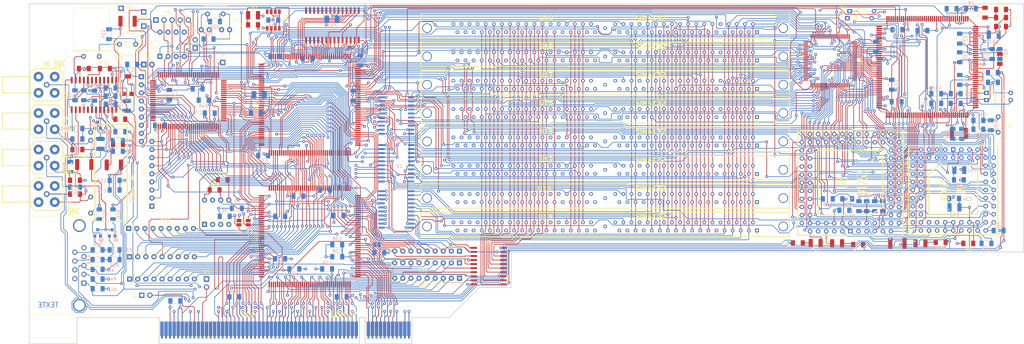
<source format=kicad_pcb>
(kicad_pcb (version 20220818) (generator pcbnew)

  (general
    (thickness 1.600198)
  )

  (paper "A3")
  (title_block
    (title "KiCad demo")
    (date "2015-10-14")
    (rev "1.A")
  )

  (layers
    (0 "F.Cu" signal "top_copper")
    (1 "In1.Cu" signal "GND_layer")
    (2 "In2.Cu" signal "VCC_layer")
    (31 "B.Cu" signal "bottom_copper")
    (32 "B.Adhes" user "B.Adhesive")
    (33 "F.Adhes" user "F.Adhesive")
    (34 "B.Paste" user)
    (35 "F.Paste" user)
    (36 "B.SilkS" user "B.Silkscreen")
    (37 "F.SilkS" user "F.Silkscreen")
    (38 "B.Mask" user)
    (39 "F.Mask" user)
    (40 "Dwgs.User" user "User.Drawings")
    (41 "Cmts.User" user "User.Comments")
    (42 "Eco1.User" user "User.Eco1")
    (43 "Eco2.User" user "User.Eco2")
    (44 "Edge.Cuts" user)
    (45 "Margin" user)
    (46 "B.CrtYd" user "B.Courtyard")
    (47 "F.CrtYd" user "F.Courtyard")
    (48 "B.Fab" user)
    (49 "F.Fab" user)
  )

  (setup
    (stackup
      (layer "F.SilkS" (type "Top Silk Screen") (color "White"))
      (layer "F.Paste" (type "Top Solder Paste"))
      (layer "F.Mask" (type "Top Solder Mask") (color "Green") (thickness 0.01))
      (layer "F.Cu" (type "copper") (thickness 0.035))
      (layer "dielectric 1" (type "core") (thickness 0.480066) (material "FR4") (epsilon_r 4.5) (loss_tangent 0.02))
      (layer "In1.Cu" (type "copper") (thickness 0.035))
      (layer "dielectric 2" (type "prepreg") (thickness 0.480066) (material "FR4") (epsilon_r 4.5) (loss_tangent 0.02))
      (layer "In2.Cu" (type "copper") (thickness 0.035))
      (layer "dielectric 3" (type "core") (thickness 0.480066) (material "FR4") (epsilon_r 4.5) (loss_tangent 0.02))
      (layer "B.Cu" (type "copper") (thickness 0.035))
      (layer "B.Mask" (type "Bottom Solder Mask") (color "Green") (thickness 0.01))
      (layer "B.Paste" (type "Bottom Solder Paste"))
      (layer "B.SilkS" (type "Bottom Silk Screen") (color "White"))
      (copper_finish "HAL lead-free")
      (dielectric_constraints no)
    )
    (pad_to_mask_clearance 0)
    (aux_axis_origin 40.9 173.1)
    (pcbplotparams
      (layerselection 0x00010fc_ffffffff)
      (plot_on_all_layers_selection 0x0001000_00000000)
      (disableapertmacros false)
      (usegerberextensions false)
      (usegerberattributes true)
      (usegerberadvancedattributes true)
      (creategerberjobfile true)
      (dashed_line_dash_ratio 12.000000)
      (dashed_line_gap_ratio 3.000000)
      (svgprecision 6)
      (plotframeref false)
      (viasonmask false)
      (mode 1)
      (useauxorigin false)
      (hpglpennumber 1)
      (hpglpenspeed 20)
      (hpglpendiameter 15.000000)
      (dxfpolygonmode true)
      (dxfimperialunits true)
      (dxfusepcbnewfont true)
      (psnegative false)
      (psa4output false)
      (plotreference true)
      (plotvalue true)
      (plotinvisibletext false)
      (sketchpadsonfab false)
      (subtractmaskfromsilk false)
      (outputformat 1)
      (mirror false)
      (drillshape 0)
      (scaleselection 1)
      (outputdirectory "plots")
    )
  )

  (net 0 "")
  (net 1 "+12V")
  (net 2 "+3.3V")
  (net 3 "+5F")
  (net 4 "/ESVIDEO-RVB/OE_RVB-")
  (net 5 "/ESVIDEO-RVB/REF+")
  (net 6 "/ESVIDEO-RVB/VAA")
  (net 7 "/buspci.sch/EA1")
  (net 8 "/buspci.sch/EA10")
  (net 9 "/buspci.sch/EA11")
  (net 10 "/buspci.sch/EA12")
  (net 11 "/buspci.sch/EA13")
  (net 12 "/buspci.sch/EA14")
  (net 13 "/buspci.sch/EA15")
  (net 14 "/buspci.sch/EA2")
  (net 15 "/buspci.sch/EA3")
  (net 16 "/buspci.sch/EA4")
  (net 17 "/buspci.sch/EA5")
  (net 18 "/buspci.sch/EA6")
  (net 19 "/buspci.sch/EA7")
  (net 20 "/buspci.sch/EA9")
  (net 21 "/buspci.sch/EQ0")
  (net 22 "/buspci.sch/EQ1")
  (net 23 "/buspci.sch/EQ2")
  (net 24 "/buspci.sch/EQ3")
  (net 25 "/buspci.sch/EQ4")
  (net 26 "/buspci.sch/EQ5")
  (net 27 "/buspci.sch/EQ6")
  (net 28 "/buspci.sch/EQ7")
  (net 29 "/buspci.sch/P_AD0")
  (net 30 "/buspci.sch/P_AD1")
  (net 31 "/buspci.sch/P_AD10")
  (net 32 "/buspci.sch/P_AD11")
  (net 33 "/buspci.sch/P_AD12")
  (net 34 "/buspci.sch/P_AD13")
  (net 35 "/buspci.sch/P_AD14")
  (net 36 "/buspci.sch/P_AD15")
  (net 37 "/buspci.sch/P_AD16")
  (net 38 "/buspci.sch/P_AD17")
  (net 39 "/buspci.sch/P_AD18")
  (net 40 "/buspci.sch/P_AD19")
  (net 41 "/buspci.sch/P_AD2")
  (net 42 "/buspci.sch/P_AD20")
  (net 43 "/buspci.sch/P_AD21")
  (net 44 "/buspci.sch/P_AD22")
  (net 45 "/buspci.sch/P_AD23")
  (net 46 "/buspci.sch/P_AD24")
  (net 47 "/buspci.sch/P_AD25")
  (net 48 "/buspci.sch/P_AD26")
  (net 49 "/buspci.sch/P_AD27")
  (net 50 "/buspci.sch/P_AD28")
  (net 51 "/buspci.sch/P_AD29")
  (net 52 "/buspci.sch/P_AD3")
  (net 53 "/buspci.sch/P_AD30")
  (net 54 "/buspci.sch/P_AD31")
  (net 55 "/buspci.sch/P_AD4")
  (net 56 "/buspci.sch/P_AD5")
  (net 57 "/buspci.sch/P_AD6")
  (net 58 "/buspci.sch/P_AD7")
  (net 59 "/buspci.sch/P_AD8")
  (net 60 "/buspci.sch/P_AD9")
  (net 61 "unconnected-(BUS1-TRST#)")
  (net 62 "unconnected-(BUS1-TMS)")
  (net 63 "Net-(BUS1-TDI)")
  (net 64 "unconnected-(BUS1-INTC#)")
  (net 65 "/buspci.sch/P_CLK")
  (net 66 "/buspci.sch/P_DEVSEL#")
  (net 67 "/buspci.sch/P_FRAME#")
  (net 68 "/buspci.sch/P_GNT#")
  (net 69 "/buspci.sch/P_IDSEL")
  (net 70 "/buspci.sch/P_INTA#")
  (net 71 "/buspci.sch/P_IRDY#")
  (net 72 "/buspci.sch/P_LOCK#")
  (net 73 "/buspci.sch/P_PAR")
  (net 74 "/buspci.sch/P_PERR#")
  (net 75 "/buspci.sch/P_REQ#")
  (net 76 "/buspci.sch/P_RST#")
  (net 77 "/buspci.sch/P_SERR#")
  (net 78 "/buspci.sch/P_STOP#")
  (net 79 "/buspci.sch/P_TRDY#")
  (net 80 "/graphic/14MHZOUT")
  (net 81 "/graphic/CCLK")
  (net 82 "/graphic/CLK10MHz")
  (net 83 "/graphic/CSIO-")
  (net 84 "/graphic/DIN")
  (net 85 "/graphic/DONE")
  (net 86 "/graphic/HDOUT")
  (net 87 "/graphic/HDREFOUT")
  (net 88 "/graphic/IA0")
  (net 89 "/graphic/IA1")
  (net 90 "/graphic/IA2")
  (net 91 "/graphic/IA3")
  (net 92 "/graphic/IA4")
  (net 93 "/graphic/IA5")
  (net 94 "/graphic/IA6")
  (net 95 "/graphic/IA7")
  (net 96 "/graphic/IA8")
  (net 97 "/graphic/IA9")
  (net 98 "/graphic/ICAS-")
  (net 99 "/graphic/ID0")
  (net 100 "/graphic/ID1")
  (net 101 "/graphic/ID2")
  (net 102 "/graphic/ID3")
  (net 103 "/graphic/IOE-")
  (net 104 "/graphic/IRAS-")
  (net 105 "/graphic/IWR-")
  (net 106 "/graphic/LED")
  (net 107 "/graphic/PROG*")
  (net 108 "/graphic/RESERV1")
  (net 109 "/graphic/VOSC")
  (net 110 "/graphic/XTAL_I")
  (net 111 "/graphic/X_DIN")
  (net 112 "/modul/CHROM")
  (net 113 "/modul/CVBS")
  (net 114 "/modul/LUM")
  (net 115 "/pal-ntsc.sch/C-VIDEO")
  (net 116 "/pal-ntsc.sch/VAF")
  (net 117 "/pal-ntsc.sch/Y-VIDEO")
  (net 118 "/pal-ntsc.sch/Y_SYNC")
  (net 119 "GND")
  (net 120 "unconnected-(BUS1-RESERVED)_1")
  (net 121 "unconnected-(BUS1-RESERVED)_2")
  (net 122 "unconnected-(BUS1-3.3VAUX)")
  (net 123 "unconnected-(BUS1-PME#)")
  (net 124 "unconnected-(BUS1-RESERVED)_3")
  (net 125 "unconnected-(BUS1-RESERVED)_4")
  (net 126 "unconnected-(BUS1-REQ64#)")
  (net 127 "unconnected-(BUS1--12V)")
  (net 128 "/buspci.sch/P_C{slash}BE0#")
  (net 129 "unconnected-(BUS1-TCK)")
  (net 130 "unconnected-(BUS1-INTB#)")
  (net 131 "unconnected-(BUS1-INTD#)")
  (net 132 "Net-(BUS1-PRSNT1#)")
  (net 133 "unconnected-(BUS1-RESERVED)_5")
  (net 134 "Net-(BUS1-PRSNT2#)")
  (net 135 "unconnected-(BUS1-RESERVED)")
  (net 136 "/buspci.sch/P_C{slash}BE3#")
  (net 137 "/buspci.sch/P_C{slash}BE2#")
  (net 138 "/buspci.sch/P_C{slash}BE1#")
  (net 139 "unconnected-(BUS1-ACK64#)")
  (net 140 "Net-(C1-Pad1)")
  (net 141 "Net-(U10-SYNC_DET)")
  (net 142 "Net-(C3-Pad1)")
  (net 143 "Net-(C4-Pad1)")
  (net 144 "Net-(U10-VIN_C)")
  (net 145 "Net-(C5-Pad2)")
  (net 146 "Net-(U10-CREF+)")
  (net 147 "Net-(U10-CLEVEL)")
  (net 148 "Net-(U10-VIN_Y{slash}COMP.)")
  (net 149 "Net-(C8-Pad2)")
  (net 150 "Net-(U10-N{slash}C)")
  (net 151 "Net-(U9-VREF)")
  (net 152 "Net-(U9-IREF)")
  (net 153 "Net-(U9-COMP)")
  (net 154 "Net-(U8-CEXT2)")
  (net 155 "Net-(C36-Pad2)")
  (net 156 "Net-(U8-RVID0)")
  (net 157 "Net-(C39-Pad2)")
  (net 158 "Net-(U8-GVID0)")
  (net 159 "Net-(C40-Pad2)")
  (net 160 "Net-(U8-BVID0)")
  (net 161 "Net-(C41-Pad2)")
  (net 162 "Net-(U20-VOFF)")
  (net 163 "Net-(U20-UOFF)")
  (net 164 "Net-(U20-FLT)")
  (net 165 "Net-(C46-Pad1)")
  (net 166 "Net-(U20-VREF)")
  (net 167 "Net-(C49-Pad1)")
  (net 168 "Net-(U20-VCC)")
  (net 169 "Net-(U20-B)")
  (net 170 "Net-(U20-G)")
  (net 171 "Net-(U20-R)")
  (net 172 "Net-(C61-Pad1)")
  (net 173 "Net-(U20-CS)")
  (net 174 "Net-(U10-XTAL1_OUT)")
  (net 175 "Net-(U10-XTAL1_IN)")
  (net 176 "Net-(CV1-Pad1)")
  (net 177 "Net-(D6-A)")
  (net 178 "Net-(U20-NOTCH)")
  (net 179 "Net-(L6-Pad1)")
  (net 180 "Net-(U20-Y+SIN)")
  (net 181 "Net-(P4-P1)")
  (net 182 "Net-(U23-SGCK3)")
  (net 183 "Net-(U23-P87)")
  (net 184 "Net-(U23-PGCK4)")
  (net 185 "Net-(POT1-Pad1)")
  (net 186 "Net-(Q1-E)")
  (net 187 "Net-(Q1-B)")
  (net 188 "Net-(Q2-E)")
  (net 189 "Net-(Q2-B)")
  (net 190 "Net-(Q3-E)")
  (net 191 "Net-(Q3-B)")
  (net 192 "Net-(U20-MCTR)")
  (net 193 "Net-(U11-MODE_16{slash}32)")
  (net 194 "Net-(U11-FLT#)")
  (net 195 "Net-(U11-SNV)")
  (net 196 "Net-(U20-B{slash}ADJ)")
  (net 197 "Net-(U20-Y+SOUT)")
  (net 198 "Net-(U10-OUT_C)")
  (net 199 "Net-(U10-R{slash}2)")
  (net 200 "Net-(U1-SCL)")
  (net 201 "Net-(U1-SDA)")
  (net 202 "Net-(U8-CEXT1)")
  (net 203 "Net-(U8-RSET)")
  (net 204 "unconnected-(U7-CLK{slash}2)")
  (net 205 "unconnected-(U8-SYNC0)")
  (net 206 "unconnected-(U8-SYNC1)")
  (net 207 "Net-(U8-BIN)")
  (net 208 "+5V")
  (net 209 "/GREEN_IN")
  (net 210 "/RED_IN")
  (net 211 "/RED_OUT")
  (net 212 "/GREEN_OUT")
  (net 213 "/BLUE_OUT")
  (net 214 "/C_OUT")
  (net 215 "/Y_OUT")
  (net 216 "/BLUE_IN")
  (net 217 "/CSYNC-OUT")
  (net 218 "/IRQ_SRL")
  (net 219 "/SELECT-")
  (net 220 "/modul/CVBSOUT")
  (net 221 "/{slash}PCWR")
  (net 222 "/PTATN-")
  (net 223 "/X_IRQ")
  (net 224 "/PTADR-")
  (net 225 "/RDFIFO-")
  (net 226 "/WRFIFDO-")
  (net 227 "/PTRDY-")
  (net 228 "/ACCES_RAM-")
  (net 229 "/WRITE_RAM")
  (net 230 "/CSYNCIN-")
  (net 231 "/RDCAD-")
  (net 232 "/WRCAD-")
  (net 233 "/CLAMP")
  (net 234 "/CLKCAD")
  (net 235 "/BLANK-")
  (net 236 "/CLKCDA")
  (net 237 "/RDCDA-")
  (net 238 "/WRCDA-")
  (net 239 "/OE_PAL-")
  (net 240 "/VD_PAL-")
  (net 241 "/HD_PAL-")
  (net 242 "/BT812_WR-")
  (net 243 "/BT812_RD-")
  (net 244 "/SYSRST-")
  (net 245 "/F_PALIN")
  (net 246 "/PTNUM1")
  (net 247 "/PTNUM0")
  (net 248 "/IRQ-")
  (net 249 "/BPCLK")
  (net 250 "/WRFULL")
  (net 251 "/RDEMPTY")
  (net 252 "/PTWR")
  (net 253 "/PTBURST")
  (net 254 "/RAS5-")
  (net 255 "/CAS0-")
  (net 256 "/CAS1-")
  (net 257 "/CAS2-")
  (net 258 "/CAS3-")
  (net 259 "/WRAM-")
  (net 260 "/RAS7-")
  (net 261 "/RAS6-")
  (net 262 "/RAS3-")
  (net 263 "/RAS4-")
  (net 264 "/RAS2-")
  (net 265 "/RAS1-")
  (net 266 "/RAS0-")
  (net 267 "/X_PROG-")
  (net 268 "/X_DATA")
  (net 269 "/X_CLK")
  (net 270 "/ACQ_ON")
  (net 271 "/X_DONE")
  (net 272 "/{slash}PCRD")
  (net 273 "/DQ29")
  (net 274 "/DQ30")
  (net 275 "/DQ31")
  (net 276 "/DQ26")
  (net 277 "/DQ27")
  (net 278 "/DQ28")
  (net 279 "/DQ25")
  (net 280 "/DQ24")
  (net 281 "/DQ17")
  (net 282 "/DQ16")
  (net 283 "/DQ23")
  (net 284 "/DQ22")
  (net 285 "/DQ21")
  (net 286 "/DQ19")
  (net 287 "/DQ18")
  (net 288 "/DQ20")
  (net 289 "/DQ7")
  (net 290 "/DQ6")
  (net 291 "/DQ5")
  (net 292 "/DQ4")
  (net 293 "/DQ3")
  (net 294 "/DQ2")
  (net 295 "/DQ1")
  (net 296 "/DQ0")
  (net 297 "/DQ8")
  (net 298 "/DQ9")
  (net 299 "/DQ10")
  (net 300 "/DQ11")
  (net 301 "/DQ12")
  (net 302 "/DQ13")
  (net 303 "/DQ14")
  (net 304 "/DQ15")
  (net 305 "/TVRAM0")
  (net 306 "/TVRAM1")
  (net 307 "/TVRAM2")
  (net 308 "/TVRAM3")
  (net 309 "/TVRAM4")
  (net 310 "/TVRAM5")
  (net 311 "/TVRAM6")
  (net 312 "/TVRAM7")
  (net 313 "/TVRAM8")
  (net 314 "/TVRAM9")
  (net 315 "/TVRAM10")
  (net 316 "/TVRAM11")
  (net 317 "/TVRAM12")
  (net 318 "/TVRAM13")
  (net 319 "/TVRAM14")
  (net 320 "/TVRAM15")
  (net 321 "/TVRAM16")
  (net 322 "/TVRAM17")
  (net 323 "/TVRAM18")
  (net 324 "/TVRAM19")
  (net 325 "/TVRAM20")
  (net 326 "/TVRAM21")
  (net 327 "/TVRAM22")
  (net 328 "/TVRAM23")
  (net 329 "/TVRAM24")
  (net 330 "/TVRAM25")
  (net 331 "/TVRAM26")
  (net 332 "/TVRAM27")
  (net 333 "/TVRAM28")
  (net 334 "/TVRAM29")
  (net 335 "/TVRAM30")
  (net 336 "/TVRAM31")
  (net 337 "/PCA0")
  (net 338 "/PCA1")
  (net 339 "/PCA2")
  (net 340 "/TVB7")
  (net 341 "/TVB6")
  (net 342 "/TVB5")
  (net 343 "/TVB4")
  (net 344 "/TVB3")
  (net 345 "/TVB2")
  (net 346 "/TVB1")
  (net 347 "/TVB0")
  (net 348 "/TVG7")
  (net 349 "/TVG6")
  (net 350 "/TVG5")
  (net 351 "/TVG4")
  (net 352 "/TVG3")
  (net 353 "/TVG2")
  (net 354 "/TVG1")
  (net 355 "/TVG0")
  (net 356 "/TVR7")
  (net 357 "/TVR6")
  (net 358 "/TVR5")
  (net 359 "/TVR4")
  (net 360 "/TVR3")
  (net 361 "/TVR2")
  (net 362 "/TVR1")
  (net 363 "/TVR0")
  (net 364 "/TVI0")
  (net 365 "/TVI1")
  (net 366 "/ADR6")
  (net 367 "/ADR2")
  (net 368 "/ADR3")
  (net 369 "/ADR4")
  (net 370 "/ADR5")
  (net 371 "/BE-1")
  (net 372 "/BE-2")
  (net 373 "/BE-3")
  (net 374 "/PTBE-3")
  (net 375 "/PTBE-2")
  (net 376 "/PTBE-1")
  (net 377 "/PTBE-0")
  (net 378 "/BE-0")
  (net 379 "/MXA0")
  (net 380 "/MXA1")
  (net 381 "/MXA2")
  (net 382 "/MXA3")
  (net 383 "/MXA4")
  (net 384 "/MXA5")
  (net 385 "/MXA6")
  (net 386 "/MXA10")
  (net 387 "/MXA7")
  (net 388 "/MXA8")
  (net 389 "/MXA9")
  (net 390 "Net-(U8-GIN)")
  (net 391 "Net-(U8-RIN)")
  (net 392 "unconnected-(U8-BVID1)")
  (net 393 "unconnected-(U8-GVID1)")
  (net 394 "unconnected-(U8-RVID1)")
  (net 395 "unconnected-(U9-S0)")
  (net 396 "unconnected-(U9-S1)")
  (net 397 "unconnected-(U9-CR0)")
  (net 398 "unconnected-(U9-CR3)")
  (net 399 "unconnected-(U10-FIELD_1)")
  (net 400 "unconnected-(U10-FIELD_0)")
  (net 401 "unconnected-(U10-FIELD_2)")
  (net 402 "unconnected-(U10-CBFLAG)")
  (net 403 "unconnected-(U10-VALID)")
  (net 404 "unconnected-(U10-ACTIVE)")
  (net 405 "unconnected-(U10-VACTIVE)")
  (net 406 "unconnected-(U10-HACTIVE)")
  (net 407 "unconnected-(U10-SERROR)")
  (net 408 "unconnected-(U10-CAPTURE)")
  (net 409 "unconnected-(U10-TDO)")
  (net 410 "unconnected-(U10-CLKX2)")
  (net 411 "unconnected-(U10-XTAL2_IN)")
  (net 412 "unconnected-(U10-XTAL2_OUT)")
  (net 413 "unconnected-(U10-VID1_C)")
  (net 414 "unconnected-(U10-VID2_C)")
  (net 415 "unconnected-(U10-VID3_C)")
  (net 416 "unconnected-(U10-VID3_Y)")
  (net 417 "unconnected-(U10-VID2_Y)")
  (net 418 "unconnected-(U10-VID1_Y)")
  (net 419 "unconnected-(U12-PRD0)")
  (net 420 "unconnected-(U12-PRD1)")
  (net 421 "unconnected-(U12-PRD2)")
  (net 422 "unconnected-(U12-PRD3)")
  (net 423 "unconnected-(U13-PRD0)")
  (net 424 "unconnected-(U13-PRD1)")
  (net 425 "unconnected-(U13-PRD2)")
  (net 426 "unconnected-(U13-PRD3)")
  (net 427 "unconnected-(U14-PRD0)")
  (net 428 "unconnected-(U14-PRD1)")
  (net 429 "unconnected-(U14-PRD2)")
  (net 430 "unconnected-(U14-PRD3)")
  (net 431 "unconnected-(U15-PRD0)")
  (net 432 "unconnected-(U15-PRD1)")
  (net 433 "unconnected-(U15-PRD2)")
  (net 434 "unconnected-(U15-PRD3)")
  (net 435 "unconnected-(U16-PRD0)")
  (net 436 "unconnected-(U16-PRD1)")
  (net 437 "unconnected-(U16-PRD2)")
  (net 438 "unconnected-(U16-PRD3)")
  (net 439 "unconnected-(U17-PRD0)")
  (net 440 "unconnected-(U17-PRD1)")
  (net 441 "unconnected-(U17-PRD2)")
  (net 442 "unconnected-(U17-PRD3)")
  (net 443 "unconnected-(U18-PRD0)")
  (net 444 "unconnected-(U18-PRD1)")
  (net 445 "unconnected-(U18-PRD2)")
  (net 446 "unconnected-(U18-PRD3)")
  (net 447 "unconnected-(U19-PRD0)")
  (net 448 "unconnected-(U19-PRD1)")
  (net 449 "unconnected-(U19-PRD2)")
  (net 450 "unconnected-(U19-PRD3)")
  (net 451 "unconnected-(U20--R.Y)")
  (net 452 "unconnected-(U20--B.Y)")
  (net 453 "unconnected-(U20-H{slash}2)")
  (net 454 "unconnected-(U20-Y)")
  (net 455 "Net-(U20-OSC)")
  (net 456 "unconnected-(U21-CEO)")
  (net 457 "unconnected-(U22-P{slash}A17)")
  (net 458 "unconnected-(U22-P{slash}TDI)")
  (net 459 "unconnected-(U22-P{slash}TCK)")
  (net 460 "unconnected-(U22-P{slash}A3)")
  (net 461 "unconnected-(U22-P{slash}A4)")
  (net 462 "unconnected-(U22-P14)")
  (net 463 "unconnected-(U22-P15)")
  (net 464 "unconnected-(U22-P16)")
  (net 465 "unconnected-(U22-PGCK2)")
  (net 466 "unconnected-(U22-P{slash}LDC)")
  (net 467 "unconnected-(U22-P65)")
  (net 468 "unconnected-(U22-P66)")
  (net 469 "unconnected-(U22-DOUT{slash}SGCK4)")
  (net 470 "unconnected-(U22-TDO)")
  (net 471 "unconnected-(U23-SGCK1)")
  (net 472 "unconnected-(U23-P31{slash}HDC)")
  (net 473 "unconnected-(U23-P33{slash}LDC)")
  (net 474 "unconnected-(U23-P49)")
  (net 475 "unconnected-(U23-P50)")
  (net 476 "unconnected-(U23-P58)")
  (net 477 "unconnected-(U23-P60)")
  (net 478 "unconnected-(U23-P62)")
  (net 479 "unconnected-(U23-P68)")
  (net 480 "unconnected-(U23-DOUT{slash}SGCK4)")
  (net 481 "unconnected-(U23-TDO)")
  (net 482 "unconnected-(U23-P98)")
  (net 483 "unconnected-(U23-P99)")
  (net 484 "unconnected-(U23-P100)")
  (net 485 "unconnected-(U24-PGCK3)")
  (net 486 "unconnected-(U24-TDO)")

  (footprint "footprints:BUSPCI" (layer "F.Cu") (at 158.115 158.75))

  (footprint "Resistor_SMD:R_1206_3216Metric_Pad1.30x1.75mm_HandSolder" (layer "F.Cu") (at 358.521 58.293))

  (footprint "Resistor_SMD:R_1206_3216Metric_Pad1.30x1.75mm_HandSolder" (layer "F.Cu") (at 358.14 73.787 -90))

  (footprint "Resistor_SMD:R_1210_3225Metric_Pad1.30x2.65mm_HandSolder" (layer "F.Cu") (at 333.248 131.699))

  (footprint "Resistor_SMD:R_1210_3225Metric_Pad1.30x2.65mm_HandSolder" (layer "F.Cu") (at 307.086 131.699))

  (footprint "Resistor_SMD:R_1210_3225Metric_Pad1.30x2.65mm_HandSolder" (layer "F.Cu") (at 300.355 131.572 180))

  (footprint "Resistor_SMD:R_1206_3216Metric_Pad1.30x1.75mm_HandSolder" (layer "F.Cu") (at 358.521 60.833))

  (footprint "Capacitor_THT:C_Disc_D3.0mm_W2.0mm_P2.50mm" (layer "F.Cu") (at 116.459 64.643 180))

  (footprint "Capacitor_THT:C_Disc_D3.0mm_W2.0mm_P2.50mm" (layer "F.Cu") (at 107.569 64.643))

  (footprint "Resistor_SMD:R_1206_3216Metric_Pad1.30x1.75mm_HandSolder" (layer "F.Cu") (at 82.169 92.71))

  (footprint "Resistor_SMD:R_1206_3216Metric_Pad1.30x1.75mm_HandSolder" (layer "F.Cu") (at 81.432003 100.609389))

  (footprint "Resistor_SMD:R_1206_3216Metric_Pad1.30x1.75mm_HandSolder" (layer "F.Cu") (at 68.707 102.235 180))

  (footprint "Resistor_SMD:R_1210_3225Metric_Pad1.30x2.65mm_HandSolder" (layer "F.Cu") (at 123.825 60.092628))

  (footprint "footprints:CV3-30PF" (layer "F.Cu") (at 84.455 69.215 180))

  (footprint "footprints:D_DO-34_SOD68_P7.62mm_Horizontal" (layer "F.Cu") (at 310.300142 61.039361))

  (footprint "footprints:D_DO-34_SOD68_P7.62mm_Horizontal" (layer "F.Cu") (at 311.023 58.801))

  (footprint "footprints:D_DO-34_SOD68_P7.62mm_Horizontal" (layer "F.Cu") (at 353.949 84.455))

  (footprint "footprints:D_DO-34_SOD68_P7.62mm_Horizontal" (layer "F.Cu") (at 353.949 86.719165))

  (footprint "footprints:LED_D3.0mm" (layer "F.Cu") (at 89.535 75.565))

  (footprint "Resistor_SMD:R_1812_4532Metric_Pad1.30x3.40mm_HandSolder" (layer "F.Cu") (at 80.137 107.061))

  (footprint "Resistor_SMD:R_1812_4532Metric_Pad1.30x3.40mm_HandSolder" (layer "F.Cu") (at 84.455 61.976 180))

  (footprint "Resistor_SMD:R_1812_4532Metric_Pad1.30x3.40mm_HandSolder" (layer "F.Cu") (at 70.866 106.934))

  (footprint "Resistor_SMD:R_1812_4532Metric_Pad1.30x3.40mm_HandSolder" (layer "F.Cu") (at 345.313 97.155))

  (footprint "Resistor_SMD:R_1812_4532Metric_Pad1.30x3.40mm_HandSolder" (layer "F.Cu") (at 326.009 131.572 180))

  (footprint "footprints:LRTDK" (layer "F.Cu") (at 72.873768 109.506012 -90))

  (footprint "footprints:subclick" (layer "F.Cu") (at 59.055 104.775 180))

  (footprint "footprints:subclick" (layer "F.Cu") (at 59.055 116.205 180))

  (footprint "footprints:subclick" (layer "F.Cu") (at 59.055 93.345 180))

  (footprint "Connector_PinHeader_2.54mm:PinHeader_1x02_P2.54mm_Vertical" (layer "F.Cu") (at 105.664 70.358 180))

  (footprint "Connector_PinHeader_2.54mm:PinHeader_1x05_P2.54mm_Vertical" (layer "F.Cu") (at 93.345 61.595 90))

  (footprint "footprints:subclick" (layer "F.Cu") (at 59.055 81.915 180))

  (footprint "Connector_PinHeader_2.54mm:PinHeader_1x01_P2.54mm_Vertical" (layer "F.Cu") (at 114.3 74.93))

  (footprint "Connector_PinHeader_2.54mm:PinHeader_1x01_P2.54mm_Vertical" (layer "F.Cu") (at 89.535 59.055))

  (footprint "Connector_PinHeader_2.54mm:PinHeader_1x01_P2.54mm_Vertical" (layer "F.Cu") (at 89.535 63.5))

  (footprint "Connector_PinHeader_2.54mm:PinHeader_1x01_P2.54mm_Vertical" (layer "F.Cu") (at 82.423 57.912))

  (footprint "Potentiometer_SMD:Potentiometer_Bourns_3314G_Vertical" (layer "F.Cu") (at 84.539957 82.042 180))

  (footprint "Resistor_SMD:R_1206_3216Metric_Pad1.30x1.75mm_HandSolder" (layer "F.Cu")
    (tstamp 00000000-0000-0000-0000-00005402cf1e)
    (at 123.825 63.119)
    (descr "Resistor SMD 1206 (3216 Metric), square (rectangular) end terminal, IPC_7351 nominal with elongated pad for handsoldering. (Body size source: IPC-SM-782 page 72, https://www.pcb-3d.com/wordpress/wp-content/uploads/ipc-sm-782a_amendment_1_and_2.pdf), generated with kicad-footprint-generator")
    (tags "resistor handsolder")
    (property "Champ7" "")
    (property "Sheetfile" "Fichier: graphic.kicad_sch")
    (property "Sheetname" "graphic")
    (path "/00000000-0000-0000-0000-00004bf03683/00000000-0000-0000-0000-000033a7dce3")
    (attr smd)
    (fp_text reference "R1" (at -3.325 0.181) (layer "F.SilkS")
        (effects (font (size 1 1) (thickness 0.15)))
      (tstamp c46c7dc4-c65a-47ea-9816-8f884c8a32e2)
    )
    (fp_text value "10" (at 0 1.82) (layer "F.Fab")
        (effects (font (size 1 1) (thic
... [7485863 chars truncated]
</source>
